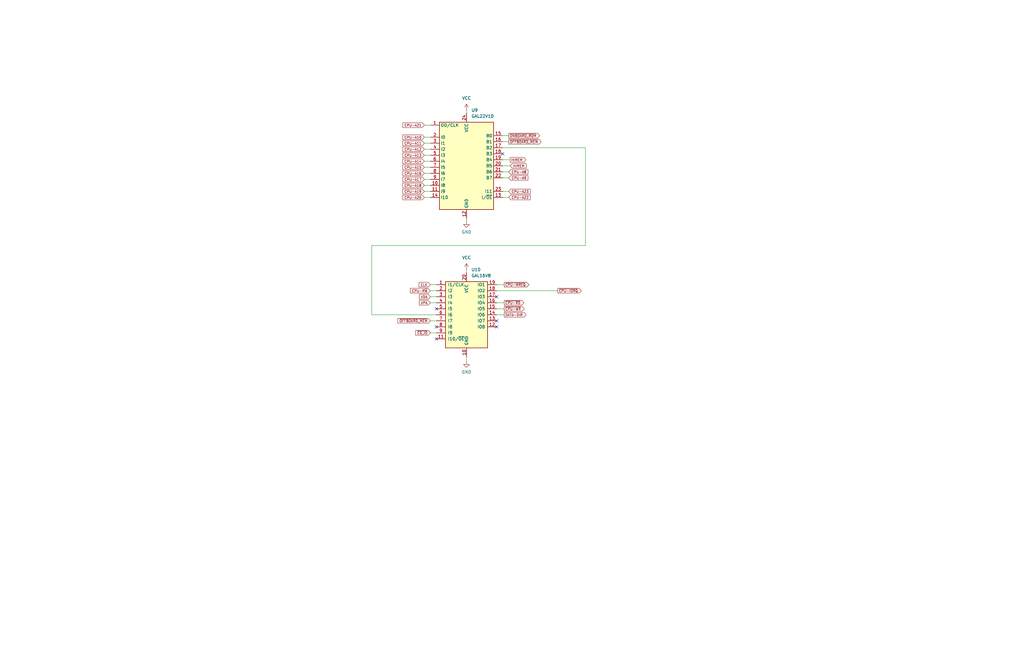
<source format=kicad_sch>
(kicad_sch (version 20211123) (generator eeschema)

  (uuid c3c349b1-d9bc-4742-9b63-40f30c22ca7c)

  (paper "B")

  (title_block
    (title "Duodyne 65816 CPU board")
    (date "2024-06-22")
    (rev "V1.31")
  )

  (lib_symbols
    (symbol "CUSTOM_LIB:GAL20V8" (in_bom yes) (on_board yes)
      (property "Reference" "U9" (id 0) (at 3.2894 15.24 0)
        (effects (font (size 1.27 1.27)) (justify left))
      )
      (property "Value" "GAL20V8" (id 1) (at 3.2894 12.7 0)
        (effects (font (size 1.27 1.27)) (justify left))
      )
      (property "Footprint" "Package_DIP:DIP-24_W7.62mm" (id 2) (at 0 0 0)
        (effects (font (size 1.27 1.27)) hide)
      )
      (property "Datasheet" "" (id 3) (at 0 0 0)
        (effects (font (size 1.27 1.27)) hide)
      )
      (symbol "GAL20V8_0_1"
        (rectangle (start -10.16 10.16) (end 12.7 -26.67)
          (stroke (width 0.254) (type default) (color 0 0 0 0))
          (fill (type background))
        )
      )
      (symbol "GAL20V8_1_1"
        (pin passive line (at -13.97 8.89 0) (length 3.81)
          (name "OD/CLK" (effects (font (size 1.27 1.27))))
          (number "1" (effects (font (size 1.27 1.27))))
        )
        (pin passive line (at -13.97 -16.51 0) (length 3.81)
          (name "I8" (effects (font (size 1.27 1.27))))
          (number "10" (effects (font (size 1.27 1.27))))
        )
        (pin passive line (at -13.97 -19.05 0) (length 3.81)
          (name "I9" (effects (font (size 1.27 1.27))))
          (number "11" (effects (font (size 1.27 1.27))))
        )
        (pin passive line (at 1.27 -30.48 90) (length 3.81)
          (name "GND" (effects (font (size 1.27 1.27))))
          (number "12" (effects (font (size 1.27 1.27))))
        )
        (pin passive line (at 16.51 -21.59 180) (length 3.81)
          (name "I/~{OE}" (effects (font (size 1.27 1.27))))
          (number "13" (effects (font (size 1.27 1.27))))
        )
        (pin passive line (at -13.97 -21.59 0) (length 3.81)
          (name "I10" (effects (font (size 1.27 1.27))))
          (number "14" (effects (font (size 1.27 1.27))))
        )
        (pin passive line (at 16.51 4.445 180) (length 3.81)
          (name "B0" (effects (font (size 1.27 1.27))))
          (number "15" (effects (font (size 1.27 1.27))))
        )
        (pin passive line (at 16.51 1.905 180) (length 3.81)
          (name "B1" (effects (font (size 1.27 1.27))))
          (number "16" (effects (font (size 1.27 1.27))))
        )
        (pin passive line (at 16.51 -0.635 180) (length 3.81)
          (name "B2" (effects (font (size 1.27 1.27))))
          (number "17" (effects (font (size 1.27 1.27))))
        )
        (pin passive line (at 16.51 -3.175 180) (length 3.81)
          (name "B3" (effects (font (size 1.27 1.27))))
          (number "18" (effects (font (size 1.27 1.27))))
        )
        (pin passive line (at 16.51 -5.715 180) (length 3.81)
          (name "B4" (effects (font (size 1.27 1.27))))
          (number "19" (effects (font (size 1.27 1.27))))
        )
        (pin passive line (at -13.97 3.81 0) (length 3.81)
          (name "I0" (effects (font (size 1.27 1.27))))
          (number "2" (effects (font (size 1.27 1.27))))
        )
        (pin passive line (at 16.51 -8.255 180) (length 3.81)
          (name "B5" (effects (font (size 1.27 1.27))))
          (number "20" (effects (font (size 1.27 1.27))))
        )
        (pin passive line (at 16.51 -10.795 180) (length 3.81)
          (name "B6" (effects (font (size 1.27 1.27))))
          (number "21" (effects (font (size 1.27 1.27))))
        )
        (pin passive line (at 16.51 -13.335 180) (length 3.81)
          (name "B7" (effects (font (size 1.27 1.27))))
          (number "22" (effects (font (size 1.27 1.27))))
        )
        (pin passive line (at 16.51 -19.05 180) (length 3.81)
          (name "I11" (effects (font (size 1.27 1.27))))
          (number "23" (effects (font (size 1.27 1.27))))
        )
        (pin passive line (at 1.27 13.97 270) (length 3.81)
          (name "VCC" (effects (font (size 1.27 1.27))))
          (number "24" (effects (font (size 1.27 1.27))))
        )
        (pin passive line (at -13.97 1.27 0) (length 3.81)
          (name "I1" (effects (font (size 1.27 1.27))))
          (number "3" (effects (font (size 1.27 1.27))))
        )
        (pin passive line (at -13.97 -1.27 0) (length 3.81)
          (name "I2" (effects (font (size 1.27 1.27))))
          (number "4" (effects (font (size 1.27 1.27))))
        )
        (pin passive line (at -13.97 -3.81 0) (length 3.81)
          (name "I3" (effects (font (size 1.27 1.27))))
          (number "5" (effects (font (size 1.27 1.27))))
        )
        (pin passive line (at -13.97 -6.35 0) (length 3.81)
          (name "I4" (effects (font (size 1.27 1.27))))
          (number "6" (effects (font (size 1.27 1.27))))
        )
        (pin passive line (at -13.97 -8.89 0) (length 3.81)
          (name "I5" (effects (font (size 1.27 1.27))))
          (number "7" (effects (font (size 1.27 1.27))))
        )
        (pin passive line (at -13.97 -11.43 0) (length 3.81)
          (name "I6" (effects (font (size 1.27 1.27))))
          (number "8" (effects (font (size 1.27 1.27))))
        )
        (pin passive line (at -13.97 -13.97 0) (length 3.81)
          (name "I7" (effects (font (size 1.27 1.27))))
          (number "9" (effects (font (size 1.27 1.27))))
        )
      )
    )
    (symbol "Logic_Programmable:GAL16V8" (pin_names (offset 1.016)) (in_bom yes) (on_board yes)
      (property "Reference" "U" (id 0) (at -8.89 16.51 0)
        (effects (font (size 1.27 1.27)) (justify left))
      )
      (property "Value" "GAL16V8" (id 1) (at 1.27 16.51 0)
        (effects (font (size 1.27 1.27)) (justify left))
      )
      (property "Footprint" "" (id 2) (at 0 0 0)
        (effects (font (size 1.27 1.27)) hide)
      )
      (property "Datasheet" "" (id 3) (at 0 0 0)
        (effects (font (size 1.27 1.27)) hide)
      )
      (property "ki_keywords" "GAL PLD 16V8" (id 4) (at 0 0 0)
        (effects (font (size 1.27 1.27)) hide)
      )
      (property "ki_description" "Programmable Logic Array, DIP-20/SOIC-20/PLCC-20" (id 5) (at 0 0 0)
        (effects (font (size 1.27 1.27)) hide)
      )
      (property "ki_fp_filters" "DIP* PDIP* SOIC* SO* PLCC*" (id 6) (at 0 0 0)
        (effects (font (size 1.27 1.27)) hide)
      )
      (symbol "GAL16V8_0_0"
        (pin power_in line (at 0 -17.78 90) (length 3.81)
          (name "GND" (effects (font (size 1.27 1.27))))
          (number "10" (effects (font (size 1.27 1.27))))
        )
        (pin power_in line (at 0 17.78 270) (length 3.81)
          (name "VCC" (effects (font (size 1.27 1.27))))
          (number "20" (effects (font (size 1.27 1.27))))
        )
      )
      (symbol "GAL16V8_0_1"
        (rectangle (start -8.89 13.97) (end 8.89 -13.97)
          (stroke (width 0.254) (type default) (color 0 0 0 0))
          (fill (type background))
        )
      )
      (symbol "GAL16V8_1_1"
        (pin input line (at -12.7 12.7 0) (length 3.81)
          (name "I1/CLK" (effects (font (size 1.27 1.27))))
          (number "1" (effects (font (size 1.27 1.27))))
        )
        (pin input line (at -12.7 -10.16 0) (length 3.81)
          (name "I10/~{OE}" (effects (font (size 1.27 1.27))))
          (number "11" (effects (font (size 1.27 1.27))))
        )
        (pin tri_state line (at 12.7 -5.08 180) (length 3.81)
          (name "IO8" (effects (font (size 1.27 1.27))))
          (number "12" (effects (font (size 1.27 1.27))))
        )
        (pin tri_state line (at 12.7 -2.54 180) (length 3.81)
          (name "IO7" (effects (font (size 1.27 1.27))))
          (number "13" (effects (font (size 1.27 1.27))))
        )
        (pin tri_state line (at 12.7 0 180) (length 3.81)
          (name "IO6" (effects (font (size 1.27 1.27))))
          (number "14" (effects (font (size 1.27 1.27))))
        )
        (pin tri_state line (at 12.7 2.54 180) (length 3.81)
          (name "IO5" (effects (font (size 1.27 1.27))))
          (number "15" (effects (font (size 1.27 1.27))))
        )
        (pin tri_state line (at 12.7 5.08 180) (length 3.81)
          (name "IO4" (effects (font (size 1.27 1.27))))
          (number "16" (effects (font (size 1.27 1.27))))
        )
        (pin tri_state line (at 12.7 7.62 180) (length 3.81)
          (name "I03" (effects (font (size 1.27 1.27))))
          (number "17" (effects (font (size 1.27 1.27))))
        )
        (pin tri_state line (at 12.7 10.16 180) (length 3.81)
          (name "IO2" (effects (font (size 1.27 1.27))))
          (number "18" (effects (font (size 1.27 1.27))))
        )
        (pin tri_state line (at 12.7 12.7 180) (length 3.81)
          (name "IO1" (effects (font (size 1.27 1.27))))
          (number "19" (effects (font (size 1.27 1.27))))
        )
        (pin input line (at -12.7 10.16 0) (length 3.81)
          (name "I2" (effects (font (size 1.27 1.27))))
          (number "2" (effects (font (size 1.27 1.27))))
        )
        (pin input line (at -12.7 7.62 0) (length 3.81)
          (name "I3" (effects (font (size 1.27 1.27))))
          (number "3" (effects (font (size 1.27 1.27))))
        )
        (pin input line (at -12.7 5.08 0) (length 3.81)
          (name "I4" (effects (font (size 1.27 1.27))))
          (number "4" (effects (font (size 1.27 1.27))))
        )
        (pin input line (at -12.7 2.54 0) (length 3.81)
          (name "I5" (effects (font (size 1.27 1.27))))
          (number "5" (effects (font (size 1.27 1.27))))
        )
        (pin input line (at -12.7 0 0) (length 3.81)
          (name "I6" (effects (font (size 1.27 1.27))))
          (number "6" (effects (font (size 1.27 1.27))))
        )
        (pin input line (at -12.7 -2.54 0) (length 3.81)
          (name "I7" (effects (font (size 1.27 1.27))))
          (number "7" (effects (font (size 1.27 1.27))))
        )
        (pin input line (at -12.7 -5.08 0) (length 3.81)
          (name "I8" (effects (font (size 1.27 1.27))))
          (number "8" (effects (font (size 1.27 1.27))))
        )
        (pin input line (at -12.7 -7.62 0) (length 3.81)
          (name "I9" (effects (font (size 1.27 1.27))))
          (number "9" (effects (font (size 1.27 1.27))))
        )
      )
    )
    (symbol "power:GND" (power) (pin_names (offset 0)) (in_bom yes) (on_board yes)
      (property "Reference" "#PWR" (id 0) (at 0 -6.35 0)
        (effects (font (size 1.27 1.27)) hide)
      )
      (property "Value" "GND" (id 1) (at 0 -3.81 0)
        (effects (font (size 1.27 1.27)))
      )
      (property "Footprint" "" (id 2) (at 0 0 0)
        (effects (font (size 1.27 1.27)) hide)
      )
      (property "Datasheet" "" (id 3) (at 0 0 0)
        (effects (font (size 1.27 1.27)) hide)
      )
      (property "ki_keywords" "global power" (id 4) (at 0 0 0)
        (effects (font (size 1.27 1.27)) hide)
      )
      (property "ki_description" "Power symbol creates a global label with name \"GND\" , ground" (id 5) (at 0 0 0)
        (effects (font (size 1.27 1.27)) hide)
      )
      (symbol "GND_0_1"
        (polyline
          (pts
            (xy 0 0)
            (xy 0 -1.27)
            (xy 1.27 -1.27)
            (xy 0 -2.54)
            (xy -1.27 -1.27)
            (xy 0 -1.27)
          )
          (stroke (width 0) (type default) (color 0 0 0 0))
          (fill (type none))
        )
      )
      (symbol "GND_1_1"
        (pin power_in line (at 0 0 270) (length 0) hide
          (name "GND" (effects (font (size 1.27 1.27))))
          (number "1" (effects (font (size 1.27 1.27))))
        )
      )
    )
    (symbol "power:VCC" (power) (pin_names (offset 0)) (in_bom yes) (on_board yes)
      (property "Reference" "#PWR" (id 0) (at 0 -3.81 0)
        (effects (font (size 1.27 1.27)) hide)
      )
      (property "Value" "VCC" (id 1) (at 0 3.81 0)
        (effects (font (size 1.27 1.27)))
      )
      (property "Footprint" "" (id 2) (at 0 0 0)
        (effects (font (size 1.27 1.27)) hide)
      )
      (property "Datasheet" "" (id 3) (at 0 0 0)
        (effects (font (size 1.27 1.27)) hide)
      )
      (property "ki_keywords" "global power" (id 4) (at 0 0 0)
        (effects (font (size 1.27 1.27)) hide)
      )
      (property "ki_description" "Power symbol creates a global label with name \"VCC\"" (id 5) (at 0 0 0)
        (effects (font (size 1.27 1.27)) hide)
      )
      (symbol "VCC_0_1"
        (polyline
          (pts
            (xy -0.762 1.27)
            (xy 0 2.54)
          )
          (stroke (width 0) (type default) (color 0 0 0 0))
          (fill (type none))
        )
        (polyline
          (pts
            (xy 0 0)
            (xy 0 2.54)
          )
          (stroke (width 0) (type default) (color 0 0 0 0))
          (fill (type none))
        )
        (polyline
          (pts
            (xy 0 2.54)
            (xy 0.762 1.27)
          )
          (stroke (width 0) (type default) (color 0 0 0 0))
          (fill (type none))
        )
      )
      (symbol "VCC_1_1"
        (pin power_in line (at 0 0 90) (length 0) hide
          (name "VCC" (effects (font (size 1.27 1.27))))
          (number "1" (effects (font (size 1.27 1.27))))
        )
      )
    )
  )


  (no_connect (at 211.963 64.897) (uuid 0938dbaa-b064-400f-b4ab-f1e152e03c08))
  (no_connect (at 184.023 130.302) (uuid 0b03a960-0038-4bab-9785-d40168828d5d))
  (no_connect (at 184.023 143.002) (uuid 1aff1c45-287b-4bee-80d4-ca71dcce3546))
  (no_connect (at 209.423 125.222) (uuid 5a3f872b-4077-494f-8548-408be7169a6a))
  (no_connect (at 209.423 137.922) (uuid a4337b02-1967-49ce-ba37-bed5ae2c8e46))
  (no_connect (at 209.423 135.382) (uuid a97b8c8c-c966-4ce2-8f52-9ca99d2e325b))
  (no_connect (at 184.023 137.922) (uuid b509ccde-0ecb-49b1-93d4-c58e5153b000))

  (wire (pts (xy 181.483 127.762) (xy 184.023 127.762))
    (stroke (width 0) (type default) (color 0 0 0 0))
    (uuid 038cba9e-cb44-4d46-8cc0-a0ab02a8e52a)
  )
  (wire (pts (xy 178.943 65.532) (xy 181.483 65.532))
    (stroke (width 0) (type default) (color 0 0 0 0))
    (uuid 03a968aa-df03-434e-a4c7-0234347c9226)
  )
  (wire (pts (xy 211.963 57.277) (xy 214.503 57.277))
    (stroke (width 0) (type default) (color 0 0 0 0))
    (uuid 1050f471-b7d6-400a-abc0-94c4e2db5886)
  )
  (wire (pts (xy 209.423 132.842) (xy 212.598 132.842))
    (stroke (width 0) (type default) (color 0 0 0 0))
    (uuid 14092ce0-481c-4482-8c53-f2d0e1bcc00e)
  )
  (wire (pts (xy 246.888 62.357) (xy 246.888 103.632))
    (stroke (width 0) (type default) (color 0 0 0 0))
    (uuid 2446238d-cb94-43c6-a0b9-9a1fe2b60fdf)
  )
  (wire (pts (xy 211.963 59.817) (xy 214.503 59.817))
    (stroke (width 0) (type default) (color 0 0 0 0))
    (uuid 2bbed408-bca3-4d92-a8b8-32e51caf74e3)
  )
  (wire (pts (xy 156.718 132.842) (xy 184.023 132.842))
    (stroke (width 0) (type default) (color 0 0 0 0))
    (uuid 2c94ad14-decf-483c-9766-ea2e260fce4c)
  )
  (wire (pts (xy 211.963 67.437) (xy 215.0872 67.437))
    (stroke (width 0) (type default) (color 0 0 0 0))
    (uuid 3262eef8-317c-4100-9bfa-0d5977017c88)
  )
  (wire (pts (xy 178.943 80.772) (xy 181.483 80.772))
    (stroke (width 0) (type default) (color 0 0 0 0))
    (uuid 37115f8b-fb6c-49a7-9109-0b26540962b1)
  )
  (wire (pts (xy 178.943 68.072) (xy 181.483 68.072))
    (stroke (width 0) (type default) (color 0 0 0 0))
    (uuid 377c7096-9a9e-4fae-909e-3698bb620ce4)
  )
  (wire (pts (xy 211.963 75.057) (xy 214.503 75.057))
    (stroke (width 0) (type default) (color 0 0 0 0))
    (uuid 3a14b285-5b2a-4c5a-aeff-179958463f68)
  )
  (wire (pts (xy 181.483 125.222) (xy 184.023 125.222))
    (stroke (width 0) (type default) (color 0 0 0 0))
    (uuid 3c2f16c3-9d35-41a0-815c-5c2784fd1271)
  )
  (wire (pts (xy 178.943 52.832) (xy 181.483 52.832))
    (stroke (width 0) (type default) (color 0 0 0 0))
    (uuid 3cb1529f-e902-40df-b760-e0ae9499dd0c)
  )
  (wire (pts (xy 209.423 130.302) (xy 212.598 130.302))
    (stroke (width 0) (type default) (color 0 0 0 0))
    (uuid 44a6069e-5f3c-4855-b6b1-ba944aa689c3)
  )
  (wire (pts (xy 196.723 150.622) (xy 196.723 152.527))
    (stroke (width 0) (type default) (color 0 0 0 0))
    (uuid 47acf14a-cd04-4bc6-a4df-07e262b8a54e)
  )
  (wire (pts (xy 181.483 135.382) (xy 184.023 135.382))
    (stroke (width 0) (type default) (color 0 0 0 0))
    (uuid 4f07b636-ddb1-4fd1-9ef5-0c346088c57e)
  )
  (wire (pts (xy 178.943 60.452) (xy 181.483 60.452))
    (stroke (width 0) (type default) (color 0 0 0 0))
    (uuid 51f04887-9a2e-4fa9-8791-6696acc1e7c0)
  )
  (wire (pts (xy 209.423 120.142) (xy 212.598 120.142))
    (stroke (width 0) (type default) (color 0 0 0 0))
    (uuid 534cefc2-dd73-4d0d-bd95-9babbd03e48b)
  )
  (wire (pts (xy 178.943 75.692) (xy 181.483 75.692))
    (stroke (width 0) (type default) (color 0 0 0 0))
    (uuid 5a3bd99d-a014-4dce-bd32-a40806c95cf8)
  )
  (wire (pts (xy 181.483 120.142) (xy 184.023 120.142))
    (stroke (width 0) (type default) (color 0 0 0 0))
    (uuid 6992fd21-1749-4862-9296-fd13843c285f)
  )
  (wire (pts (xy 211.963 83.312) (xy 214.503 83.312))
    (stroke (width 0) (type default) (color 0 0 0 0))
    (uuid 6e54c13c-9ac8-4fc8-b26f-61f1f68fda78)
  )
  (wire (pts (xy 178.943 70.612) (xy 181.483 70.612))
    (stroke (width 0) (type default) (color 0 0 0 0))
    (uuid 715d5d87-c0b1-4eaa-87aa-932b7be30911)
  )
  (wire (pts (xy 178.943 62.992) (xy 181.483 62.992))
    (stroke (width 0) (type default) (color 0 0 0 0))
    (uuid 75165afe-c1ca-471e-bafc-88d042774536)
  )
  (wire (pts (xy 196.723 46.482) (xy 196.723 47.752))
    (stroke (width 0) (type default) (color 0 0 0 0))
    (uuid 7537b7f4-80d4-473b-89e1-d2d868d5e4db)
  )
  (wire (pts (xy 178.943 83.312) (xy 181.483 83.312))
    (stroke (width 0) (type default) (color 0 0 0 0))
    (uuid 7e7bb0cb-3f9d-4964-953a-29d9a657e825)
  )
  (wire (pts (xy 181.483 122.682) (xy 184.023 122.682))
    (stroke (width 0) (type default) (color 0 0 0 0))
    (uuid 7f890ed3-ba4b-430b-ab7a-d8b1826ebe83)
  )
  (wire (pts (xy 211.963 69.977) (xy 215.138 69.977))
    (stroke (width 0) (type default) (color 0 0 0 0))
    (uuid 7ff277e1-e715-4363-9097-b1b89617a8ce)
  )
  (wire (pts (xy 211.963 80.772) (xy 214.503 80.772))
    (stroke (width 0) (type default) (color 0 0 0 0))
    (uuid 80d4ddd4-2ad1-4599-8004-8ca5e3e85fba)
  )
  (wire (pts (xy 178.943 73.152) (xy 181.483 73.152))
    (stroke (width 0) (type default) (color 0 0 0 0))
    (uuid 87a566a9-57af-4849-9db6-a12867712707)
  )
  (wire (pts (xy 211.963 72.517) (xy 214.503 72.517))
    (stroke (width 0) (type default) (color 0 0 0 0))
    (uuid ac6dea2f-0f66-4cf8-8b25-cf9ef72d147c)
  )
  (wire (pts (xy 211.963 62.357) (xy 246.888 62.357))
    (stroke (width 0) (type default) (color 0 0 0 0))
    (uuid b20dae29-7faa-4a55-87a7-014b686f5fc5)
  )
  (wire (pts (xy 196.723 92.202) (xy 196.723 93.472))
    (stroke (width 0) (type default) (color 0 0 0 0))
    (uuid b6a27275-d668-4fe4-9232-7b565d5fe736)
  )
  (wire (pts (xy 196.723 113.792) (xy 196.723 115.062))
    (stroke (width 0) (type default) (color 0 0 0 0))
    (uuid b87db5ed-94bc-4a64-ad65-afe2bd659bd0)
  )
  (wire (pts (xy 178.943 78.232) (xy 181.483 78.232))
    (stroke (width 0) (type default) (color 0 0 0 0))
    (uuid c0e3d66e-43e5-46c2-bb72-954855e4c7e6)
  )
  (wire (pts (xy 209.423 127.762) (xy 212.598 127.762))
    (stroke (width 0) (type default) (color 0 0 0 0))
    (uuid d347445d-4cf3-4c80-8fe9-010379feddd8)
  )
  (wire (pts (xy 178.943 57.912) (xy 181.483 57.912))
    (stroke (width 0) (type default) (color 0 0 0 0))
    (uuid d7584111-37a3-4970-9972-7ecb57e18756)
  )
  (wire (pts (xy 181.483 140.462) (xy 184.023 140.462))
    (stroke (width 0) (type default) (color 0 0 0 0))
    (uuid dcad01ed-0c5a-4103-a98c-e521c5d1f18e)
  )
  (wire (pts (xy 156.718 103.632) (xy 156.718 132.842))
    (stroke (width 0) (type default) (color 0 0 0 0))
    (uuid e43d954c-c6aa-4645-8896-92d72d3c9037)
  )
  (wire (pts (xy 246.888 103.632) (xy 156.718 103.632))
    (stroke (width 0) (type default) (color 0 0 0 0))
    (uuid f59d616b-3616-4683-a91e-32c546aecce4)
  )
  (wire (pts (xy 209.423 122.682) (xy 235.204 122.682))
    (stroke (width 0) (type default) (color 0 0 0 0))
    (uuid fccd49bb-c169-4205-9feb-6f6525bc8c10)
  )

  (global_label "CPU-R~{W}" (shape input) (at 181.483 122.682 180) (fields_autoplaced)
    (effects (font (size 1.016 1.016)) (justify right))
    (uuid 0186c32d-33e8-45e3-a3bf-38eff301f22f)
    (property "Intersheet References" "${INTERSHEET_REFS}" (id 0) (at 173.0923 122.6185 0)
      (effects (font (size 1.016 1.016)) (justify right) hide)
    )
  )
  (global_label "CPU-A10" (shape input) (at 178.943 57.912 180) (fields_autoplaced)
    (effects (font (size 1.016 1.016)) (justify right))
    (uuid 0db89e87-e182-4e7d-ab3d-bd6f6c7a14c7)
    (property "Intersheet References" "${INTERSHEET_REFS}" (id 0) (at 169.9233 57.8485 0)
      (effects (font (size 1.016 1.016)) (justify right) hide)
    )
  )
  (global_label "CPU-A22" (shape input) (at 214.503 83.312 0) (fields_autoplaced)
    (effects (font (size 1.016 1.016)) (justify left))
    (uuid 12edc342-ce53-4990-b088-c0bd5454d3f0)
    (property "Intersheet References" "${INTERSHEET_REFS}" (id 0) (at 223.5227 83.3755 0)
      (effects (font (size 1.016 1.016)) (justify left) hide)
    )
  )
  (global_label "CPU-A19" (shape input) (at 178.943 80.772 180) (fields_autoplaced)
    (effects (font (size 1.016 1.016)) (justify right))
    (uuid 152debd7-ec7b-488c-b568-ce4501e7df06)
    (property "Intersheet References" "${INTERSHEET_REFS}" (id 0) (at 169.9233 80.7085 0)
      (effects (font (size 1.016 1.016)) (justify right) hide)
    )
  )
  (global_label "CPU-A13" (shape input) (at 178.943 65.532 180) (fields_autoplaced)
    (effects (font (size 1.016 1.016)) (justify right))
    (uuid 24214b54-ba0e-4fd4-8e0f-4b6608dac1e7)
    (property "Intersheet References" "${INTERSHEET_REFS}" (id 0) (at 169.9233 65.4685 0)
      (effects (font (size 1.016 1.016)) (justify right) hide)
    )
  )
  (global_label "CLK" (shape input) (at 181.483 120.142 180) (fields_autoplaced)
    (effects (font (size 1.016 1.016)) (justify right))
    (uuid 25940bef-dd84-4c3a-a6c9-a5960ebc4e2a)
    (property "Intersheet References" "${INTERSHEET_REFS}" (id 0) (at 176.7692 120.0785 0)
      (effects (font (size 1.016 1.016)) (justify right) hide)
    )
  )
  (global_label "~{CPU-IORQ}" (shape output) (at 235.204 122.682 0) (fields_autoplaced)
    (effects (font (size 1.016 1.016)) (justify left))
    (uuid 36f51547-fd1a-44da-b4df-212fbbfdc41e)
    (property "Intersheet References" "${INTERSHEET_REFS}" (id 0) (at 245.0462 122.7455 0)
      (effects (font (size 1.016 1.016)) (justify left) hide)
    )
  )
  (global_label "HIMEM" (shape input) (at 215.138 69.977 0) (fields_autoplaced)
    (effects (font (size 1.016 1.016)) (justify left))
    (uuid 372816cd-d064-4cb5-bd14-9c68969080d2)
    (property "Intersheet References" "${INTERSHEET_REFS}" (id 0) (at 221.787 69.9135 0)
      (effects (font (size 1.016 1.016)) (justify left) hide)
    )
  )
  (global_label "CPU-A14" (shape input) (at 178.943 68.072 180) (fields_autoplaced)
    (effects (font (size 1.016 1.016)) (justify right))
    (uuid 4f77b398-6f95-473f-b04c-799017cd5df7)
    (property "Intersheet References" "${INTERSHEET_REFS}" (id 0) (at 169.9233 68.0085 0)
      (effects (font (size 1.016 1.016)) (justify right) hide)
    )
  )
  (global_label "CPU-A20" (shape input) (at 178.943 83.312 180) (fields_autoplaced)
    (effects (font (size 1.016 1.016)) (justify right))
    (uuid 55bf8af7-a26d-4762-b440-9b773954c75d)
    (property "Intersheet References" "${INTERSHEET_REFS}" (id 0) (at 169.9233 83.2485 0)
      (effects (font (size 1.016 1.016)) (justify right) hide)
    )
  )
  (global_label "CPU-A11" (shape input) (at 178.943 60.452 180) (fields_autoplaced)
    (effects (font (size 1.016 1.016)) (justify right))
    (uuid 5b2a39df-706c-4e84-9cc5-75617ac1931e)
    (property "Intersheet References" "${INTERSHEET_REFS}" (id 0) (at 169.9233 60.3885 0)
      (effects (font (size 1.016 1.016)) (justify right) hide)
    )
  )
  (global_label "~{CPU-RD}" (shape output) (at 212.598 127.762 0) (fields_autoplaced)
    (effects (font (size 1.016 1.016)) (justify left))
    (uuid 5c0c14bb-48de-4fc2-a56e-04ede12fdbca)
    (property "Intersheet References" "${INTERSHEET_REFS}" (id 0) (at 394.208 243.332 0)
      (effects (font (size 1.27 1.27)) hide)
    )
  )
  (global_label "DATA-DIR" (shape output) (at 212.598 132.842 0) (fields_autoplaced)
    (effects (font (size 1.016 1.016)) (justify left))
    (uuid 6d79775d-7038-42a4-b0f6-864a439294ae)
    (property "Intersheet References" "${INTERSHEET_REFS}" (id 0) (at 221.7628 132.7785 0)
      (effects (font (size 1.016 1.016)) (justify left) hide)
    )
  )
  (global_label "VDA" (shape input) (at 181.483 125.222 180) (fields_autoplaced)
    (effects (font (size 1.016 1.016)) (justify right))
    (uuid 7631869e-a90a-4a32-8815-653bd0e1cd52)
    (property "Intersheet References" "${INTERSHEET_REFS}" (id 0) (at 176.866 125.1585 0)
      (effects (font (size 1.016 1.016)) (justify right) hide)
    )
  )
  (global_label "CPU-A21" (shape input) (at 178.943 52.832 180) (fields_autoplaced)
    (effects (font (size 1.016 1.016)) (justify right))
    (uuid 82dd5587-e99d-44a5-b801-9224d2940b06)
    (property "Intersheet References" "${INTERSHEET_REFS}" (id 0) (at 169.9233 52.7685 0)
      (effects (font (size 1.016 1.016)) (justify right) hide)
    )
  )
  (global_label "CPU-A18" (shape input) (at 178.943 78.232 180) (fields_autoplaced)
    (effects (font (size 1.016 1.016)) (justify right))
    (uuid 91342c98-bc2e-4ed3-837d-644afee75583)
    (property "Intersheet References" "${INTERSHEET_REFS}" (id 0) (at 169.9233 78.1685 0)
      (effects (font (size 1.016 1.016)) (justify right) hide)
    )
  )
  (global_label "~{CPU-WR}" (shape output) (at 212.598 130.302 0) (fields_autoplaced)
    (effects (font (size 1.016 1.016)) (justify left))
    (uuid 981ae8f8-66ac-45ca-905e-957f148bcbb1)
    (property "Intersheet References" "${INTERSHEET_REFS}" (id 0) (at 394.208 248.412 0)
      (effects (font (size 1.27 1.27)) hide)
    )
  )
  (global_label "~{ONBOARD_ROM}" (shape output) (at 214.503 57.277 0) (fields_autoplaced)
    (effects (font (size 1.016 1.016)) (justify left))
    (uuid 99b847ea-552d-4ab1-9e04-bf4361063974)
    (property "Intersheet References" "${INTERSHEET_REFS}" (id 0) (at 227.4899 57.2135 0)
      (effects (font (size 1.016 1.016)) (justify left) hide)
    )
  )
  (global_label "CPU-A15" (shape input) (at 178.943 70.612 180) (fields_autoplaced)
    (effects (font (size 1.016 1.016)) (justify right))
    (uuid a5bb733e-2516-4542-a864-2f9c030bb0da)
    (property "Intersheet References" "${INTERSHEET_REFS}" (id 0) (at 169.9233 70.5485 0)
      (effects (font (size 1.016 1.016)) (justify right) hide)
    )
  )
  (global_label "VPA" (shape input) (at 181.483 127.762 180) (fields_autoplaced)
    (effects (font (size 1.016 1.016)) (justify right))
    (uuid aa8b2f5e-9944-4bb7-8f7c-0264e0c8d57c)
    (property "Intersheet References" "${INTERSHEET_REFS}" (id 0) (at 176.866 127.6985 0)
      (effects (font (size 1.016 1.016)) (justify right) hide)
    )
  )
  (global_label "HIMEM" (shape output) (at 215.0872 67.437 0) (fields_autoplaced)
    (effects (font (size 1.016 1.016)) (justify left))
    (uuid b5215b17-62fe-4ad0-8db8-f6e159fa8d57)
    (property "Intersheet References" "${INTERSHEET_REFS}" (id 0) (at 221.7362 67.3735 0)
      (effects (font (size 1.016 1.016)) (justify left) hide)
    )
  )
  (global_label "CPU-A23" (shape input) (at 214.503 80.772 0) (fields_autoplaced)
    (effects (font (size 1.016 1.016)) (justify left))
    (uuid b54be601-35b3-4a70-ae09-9fff76867549)
    (property "Intersheet References" "${INTERSHEET_REFS}" (id 0) (at 223.5227 80.8355 0)
      (effects (font (size 1.016 1.016)) (justify left) hide)
    )
  )
  (global_label "~{OFFBOARD_MEM}" (shape output) (at 214.503 59.817 0) (fields_autoplaced)
    (effects (font (size 1.016 1.016)) (justify left))
    (uuid b87999e1-a6ea-4941-95cc-08c9abb8a977)
    (property "Intersheet References" "${INTERSHEET_REFS}" (id 0) (at 228.1673 59.7535 0)
      (effects (font (size 1.016 1.016)) (justify left) hide)
    )
  )
  (global_label "CPU-A16" (shape input) (at 178.943 73.152 180) (fields_autoplaced)
    (effects (font (size 1.016 1.016)) (justify right))
    (uuid bd2b51a6-5619-468e-8ee7-f0a7d7d07c9b)
    (property "Intersheet References" "${INTERSHEET_REFS}" (id 0) (at 169.9233 73.0885 0)
      (effects (font (size 1.016 1.016)) (justify right) hide)
    )
  )
  (global_label "~{OFFBOARD_MEM}" (shape input) (at 181.483 135.382 180) (fields_autoplaced)
    (effects (font (size 1.016 1.016)) (justify right))
    (uuid c7c58f8b-dee0-4f1a-af59-5c507770616c)
    (property "Intersheet References" "${INTERSHEET_REFS}" (id 0) (at 167.8187 135.3185 0)
      (effects (font (size 1.016 1.016)) (justify right) hide)
    )
  )
  (global_label "CPU-A8" (shape input) (at 214.503 72.517 0) (fields_autoplaced)
    (effects (font (size 1.016 1.016)) (justify left))
    (uuid cf72e2ce-d513-4fb4-acf1-9954c1a7cda2)
    (property "Intersheet References" "${INTERSHEET_REFS}" (id 0) (at 222.5551 72.4535 0)
      (effects (font (size 1.016 1.016)) (justify left) hide)
    )
  )
  (global_label "~{CPU-MREQ}" (shape output) (at 212.598 120.142 0) (fields_autoplaced)
    (effects (font (size 1.016 1.016)) (justify left))
    (uuid d14cdc42-72b2-4b5a-8f90-726b2ca63881)
    (property "Intersheet References" "${INTERSHEET_REFS}" (id 0) (at 394.208 230.632 0)
      (effects (font (size 1.27 1.27)) hide)
    )
  )
  (global_label "CPU-A12" (shape input) (at 178.943 62.992 180) (fields_autoplaced)
    (effects (font (size 1.016 1.016)) (justify right))
    (uuid e0699172-31c3-42b6-8bf7-93c55235bc29)
    (property "Intersheet References" "${INTERSHEET_REFS}" (id 0) (at 169.9233 62.9285 0)
      (effects (font (size 1.016 1.016)) (justify right) hide)
    )
  )
  (global_label "CPU-A17" (shape input) (at 178.943 75.692 180) (fields_autoplaced)
    (effects (font (size 1.016 1.016)) (justify right))
    (uuid e0fade5d-f69f-46c9-ab41-fad35bad2f35)
    (property "Intersheet References" "${INTERSHEET_REFS}" (id 0) (at 169.9233 75.6285 0)
      (effects (font (size 1.016 1.016)) (justify right) hide)
    )
  )
  (global_label "~{CS_IO}" (shape input) (at 181.483 140.462 180) (fields_autoplaced)
    (effects (font (size 1.016 1.016)) (justify right))
    (uuid f2b80f88-13a9-4279-b94d-cdfec34a889f)
    (property "Intersheet References" "${INTERSHEET_REFS}" (id 0) (at 175.3178 140.5255 0)
      (effects (font (size 1.016 1.016)) (justify right) hide)
    )
  )
  (global_label "CPU-A9" (shape input) (at 214.503 75.057 0) (fields_autoplaced)
    (effects (font (size 1.016 1.016)) (justify left))
    (uuid f2ba58bc-769a-4090-b9d6-dda299ab4768)
    (property "Intersheet References" "${INTERSHEET_REFS}" (id 0) (at 222.5551 74.9935 0)
      (effects (font (size 1.016 1.016)) (justify left) hide)
    )
  )

  (symbol (lib_id "power:VCC") (at 196.723 113.792 0) (unit 1)
    (in_bom yes) (on_board yes) (fields_autoplaced)
    (uuid 2191821e-fe71-4ede-89f0-0e3a34c6f701)
    (property "Reference" "#PWR0123" (id 0) (at 196.723 117.602 0)
      (effects (font (size 1.27 1.27)) hide)
    )
    (property "Value" "VCC" (id 1) (at 196.723 108.712 0))
    (property "Footprint" "" (id 2) (at 196.723 113.792 0)
      (effects (font (size 1.27 1.27)) hide)
    )
    (property "Datasheet" "" (id 3) (at 196.723 113.792 0)
      (effects (font (size 1.27 1.27)) hide)
    )
    (pin "1" (uuid 3416bf81-e30c-4547-9932-ea5f4ebb23a0))
  )

  (symbol (lib_id "CUSTOM_LIB:GAL20V8") (at 195.453 61.722 0) (unit 1)
    (in_bom yes) (on_board yes) (fields_autoplaced)
    (uuid 3b2c9051-72d4-446d-87de-b2c360f503ac)
    (property "Reference" "U9" (id 0) (at 198.7424 46.482 0)
      (effects (font (size 1.27 1.27)) (justify left))
    )
    (property "Value" "GAL22V10" (id 1) (at 198.7424 49.022 0)
      (effects (font (size 1.27 1.27)) (justify left))
    )
    (property "Footprint" "Package_DIP:DIP-24_W7.62mm_Socket_LongPads" (id 2) (at 195.453 61.722 0)
      (effects (font (size 1.27 1.27)) hide)
    )
    (property "Datasheet" "" (id 3) (at 195.453 61.722 0)
      (effects (font (size 1.27 1.27)) hide)
    )
    (pin "1" (uuid 0d9c4e67-6ea9-4805-b250-4e013afd4f50))
    (pin "10" (uuid c0f50c4b-0002-4cf1-868d-abf5ae029d42))
    (pin "11" (uuid 19727b74-9490-499a-84d3-cca110502869))
    (pin "12" (uuid f416d0fb-56f4-4e17-868e-70f219f18bc0))
    (pin "13" (uuid 0d52ad89-cebb-4eb9-828e-3bbfb8c64452))
    (pin "14" (uuid 86bf2b35-7e8e-49c5-907e-488dad70093c))
    (pin "15" (uuid fef70900-ddf5-4bb5-95e7-0829a7b70f52))
    (pin "16" (uuid 81e3cf0b-b0c7-4832-a828-c4a6b54520d4))
    (pin "17" (uuid 859f52c8-4469-40d9-9d6b-a49957112e4e))
    (pin "18" (uuid 48fd06a5-14d0-47bc-a486-8d2ab86f215f))
    (pin "19" (uuid fa8e27e2-6bd5-49ad-9814-da082f89e93b))
    (pin "2" (uuid 043b5b4c-8d5b-45e5-b4e4-fa521ddbe7c5))
    (pin "20" (uuid 9af0e17b-7df8-4386-9466-583404eff16d))
    (pin "21" (uuid cf3b99d6-e05c-4fd6-bdba-714dc39e6c64))
    (pin "22" (uuid d549f59e-f7a7-4261-a34c-df09d51c8253))
    (pin "23" (uuid ac464a58-d9ed-46b1-a0d1-ae9fd1b2fd64))
    (pin "24" (uuid ad522f15-1ddf-4069-a90a-6a657bc51b6b))
    (pin "3" (uuid 8e195c95-1620-47eb-966e-687e3d0b0633))
    (pin "4" (uuid d771feec-c62b-4067-b97f-79bd5394892f))
    (pin "5" (uuid af3393d0-8217-4a1e-b318-72e1026c5106))
    (pin "6" (uuid 43630211-6228-4c11-9aa0-f51f0316b887))
    (pin "7" (uuid 4b0d16e3-7168-48d1-90dd-97a1c20a2cb2))
    (pin "8" (uuid 0f67959a-95d6-4147-b5e3-6cc72e7c3878))
    (pin "9" (uuid fd4081bb-897f-427f-9f22-2b50f69df5d6))
  )

  (symbol (lib_id "power:GND") (at 196.723 93.472 0) (unit 1)
    (in_bom yes) (on_board yes) (fields_autoplaced)
    (uuid b2ce378b-9901-49fe-8446-903dda460d12)
    (property "Reference" "#PWR0119" (id 0) (at 196.723 99.822 0)
      (effects (font (size 1.27 1.27)) hide)
    )
    (property "Value" "GND" (id 1) (at 196.723 97.917 0))
    (property "Footprint" "" (id 2) (at 196.723 93.472 0)
      (effects (font (size 1.27 1.27)) hide)
    )
    (property "Datasheet" "" (id 3) (at 196.723 93.472 0)
      (effects (font (size 1.27 1.27)) hide)
    )
    (pin "1" (uuid 45e5837c-4911-4e6a-bfc7-3631215fd572))
  )

  (symbol (lib_id "Logic_Programmable:GAL16V8") (at 196.723 132.842 0) (unit 1)
    (in_bom yes) (on_board yes) (fields_autoplaced)
    (uuid c96c170e-b360-47a3-89ae-63f6a5c83ad5)
    (property "Reference" "U10" (id 0) (at 198.7424 113.792 0)
      (effects (font (size 1.27 1.27)) (justify left))
    )
    (property "Value" "GAL16V8" (id 1) (at 198.7424 116.332 0)
      (effects (font (size 1.27 1.27)) (justify left))
    )
    (property "Footprint" "Package_DIP:DIP-20_W7.62mm_Socket_LongPads" (id 2) (at 196.723 132.842 0)
      (effects (font (size 1.27 1.27)) hide)
    )
    (property "Datasheet" "" (id 3) (at 196.723 132.842 0)
      (effects (font (size 1.27 1.27)) hide)
    )
    (pin "10" (uuid 9af28f21-8b39-46cf-bb3a-349e45866da4))
    (pin "20" (uuid 931f0f21-02c1-4f12-90c5-65b8e1c1130d))
    (pin "1" (uuid e9507629-4b90-4d9f-9932-05a07844284a))
    (pin "11" (uuid f65e560e-7de3-42df-b0f0-977e9adfcfc5))
    (pin "12" (uuid 554124d1-698c-440b-8a1d-eb8760004b32))
    (pin "13" (uuid bdc5678a-9e48-4554-a11d-0efd1c5c5889))
    (pin "14" (uuid c86de13d-0eb2-44ac-851d-f941bb3aa972))
    (pin "15" (uuid 795c4f0a-05df-4823-9742-78b375aea532))
    (pin "16" (uuid 745f4896-80a0-4099-9de6-e348292fc8ad))
    (pin "17" (uuid 1b3dba6a-b61b-4d15-b59a-fe2913668801))
    (pin "18" (uuid 8be86098-8f03-4216-8df0-b5445de123e0))
    (pin "19" (uuid 6b948d40-f634-4307-8788-501066a435b9))
    (pin "2" (uuid 1fbc22be-ee99-4e6f-912e-387fc4308cc2))
    (pin "3" (uuid 5ca1d344-948c-48fd-a747-e29ede5f0605))
    (pin "4" (uuid c01ff1c0-ca8e-4ec0-a971-2a8bd94dedcd))
    (pin "5" (uuid ea376b8e-9bd6-4069-8373-60b8502f9dc2))
    (pin "6" (uuid 8c2ee412-c22a-4cba-96da-172a3f7de933))
    (pin "7" (uuid d3e1d3f6-ec32-48c0-97d8-8189ea3d5336))
    (pin "8" (uuid 1397cc12-e639-48d5-a574-cf678fa60dfe))
    (pin "9" (uuid b12dc476-0076-4311-8932-7dc13e2d0c3d))
  )

  (symbol (lib_id "power:VCC") (at 196.723 46.482 0) (unit 1)
    (in_bom yes) (on_board yes) (fields_autoplaced)
    (uuid e4f51b3a-068e-4f89-8be2-ff1d37966a5c)
    (property "Reference" "#PWR0122" (id 0) (at 196.723 50.292 0)
      (effects (font (size 1.27 1.27)) hide)
    )
    (property "Value" "VCC" (id 1) (at 196.723 41.402 0))
    (property "Footprint" "" (id 2) (at 196.723 46.482 0)
      (effects (font (size 1.27 1.27)) hide)
    )
    (property "Datasheet" "" (id 3) (at 196.723 46.482 0)
      (effects (font (size 1.27 1.27)) hide)
    )
    (pin "1" (uuid 7b56794a-4054-404b-9710-00e12da6c810))
  )

  (symbol (lib_id "power:GND") (at 196.723 152.527 0) (unit 1)
    (in_bom yes) (on_board yes) (fields_autoplaced)
    (uuid fb7c5d2d-e3df-40b0-a186-ae9b5f66ce73)
    (property "Reference" "#PWR0124" (id 0) (at 196.723 158.877 0)
      (effects (font (size 1.27 1.27)) hide)
    )
    (property "Value" "GND" (id 1) (at 196.723 156.972 0))
    (property "Footprint" "" (id 2) (at 196.723 152.527 0)
      (effects (font (size 1.27 1.27)) hide)
    )
    (property "Datasheet" "" (id 3) (at 196.723 152.527 0)
      (effects (font (size 1.27 1.27)) hide)
    )
    (pin "1" (uuid bad3acae-0100-47ee-9cf0-453e4e8fa84b))
  )
)

</source>
